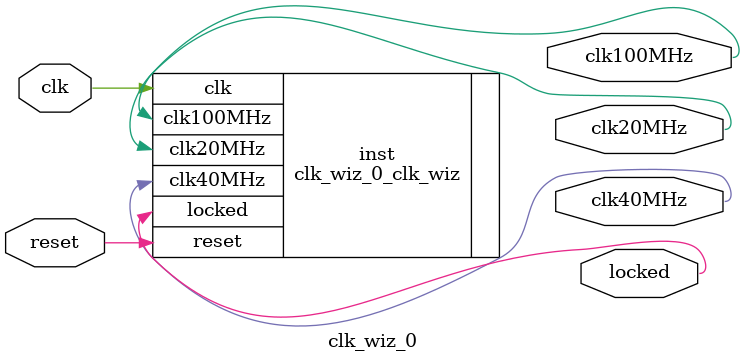
<source format=v>


`timescale 1ps/1ps

(* CORE_GENERATION_INFO = "clk_wiz_0,clk_wiz_v5_4_2_0,{component_name=clk_wiz_0,use_phase_alignment=true,use_min_o_jitter=false,use_max_i_jitter=false,use_dyn_phase_shift=false,use_inclk_switchover=false,use_dyn_reconfig=false,enable_axi=0,feedback_source=FDBK_AUTO,PRIMITIVE=MMCM,num_out_clk=3,clkin1_period=10.000,clkin2_period=10.000,use_power_down=false,use_reset=true,use_locked=true,use_inclk_stopped=false,feedback_type=SINGLE,CLOCK_MGR_TYPE=NA,manual_override=false}" *)

module clk_wiz_0 
 (
  // Clock out ports
  output        clk100MHz,
  output        clk40MHz,
  output        clk20MHz,
  // Status and control signals
  input         reset,
  output        locked,
 // Clock in ports
  input         clk
 );

  clk_wiz_0_clk_wiz inst
  (
  // Clock out ports  
  .clk100MHz(clk100MHz),
  .clk40MHz(clk40MHz),
  .clk20MHz(clk20MHz),
  // Status and control signals               
  .reset(reset), 
  .locked(locked),
 // Clock in ports
  .clk(clk)
  );

endmodule

</source>
